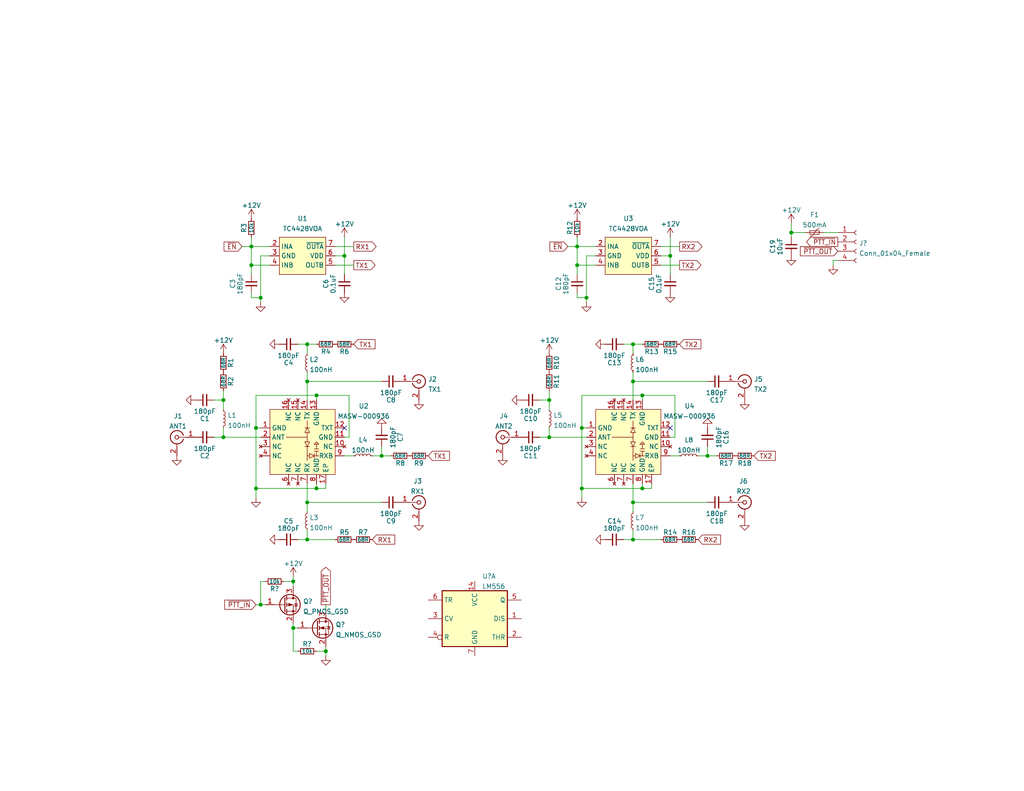
<source format=kicad_sch>
(kicad_sch (version 20211123) (generator eeschema)
  (paper "USLetter")
  (title_block (date "2022-01-01"))
  (lib_symbols
    (symbol "Connector:Conn_01x04_Female" (pin_names (offset 1.016) hide)
      (property "Reference" "J" (at 0 5.08 0))
      (property "Value" "Conn_01x04_Female" (at 0 -7.62 0))
      (symbol "Conn_01x04_Female_1_1"
        (arc (start 0 -4.572) (mid -0.508 -5.08) (end 0 -5.588) (stroke (width 0.1524)))
        (arc (start 0 -2.032) (mid -0.508 -2.54) (end 0 -3.048) (stroke (width 0.1524)))
        (polyline (pts (xy -1.27 -5.08) (xy -0.508 -5.08)) (stroke (width 0.1524)))
        (polyline (pts (xy -1.27 -2.54) (xy -0.508 -2.54)) (stroke (width 0.1524)))
        (polyline (pts (xy -1.27 0) (xy -0.508 0)) (stroke (width 0.1524)))
        (polyline (pts (xy -1.27 2.54) (xy -0.508 2.54)) (stroke (width 0.1524)))
        (arc (start 0 0.508) (mid -0.508 0) (end 0 -0.508) (stroke (width 0.1524)))
        (arc (start 0 3.048) (mid -0.508 2.54) (end 0 2.032) (stroke (width 0.1524)))
        (pin passive line (at -5.08 2.54 0) (length 3.81) (name "Pin_1") (number "1"))
        (pin passive line (at -5.08 0 0) (length 3.81) (name "Pin_2") (number "2"))
        (pin passive line (at -5.08 -2.54 0) (length 3.81) (name "Pin_3") (number "3"))
        (pin passive line (at -5.08 -5.08 0) (length 3.81) (name "Pin_4") (number "4"))
      )
    )
    (symbol "Connector:Conn_Coaxial" (pin_names (offset 1.016) hide)
      (property "Reference" "J" (at 0.254 3.048 0))
      (property "Value" "Conn_Coaxial" (at 2.921 0 90))
      (symbol "Conn_Coaxial_0_1"
        (arc (start -1.778 -0.508) (mid 0.222 -1.808) (end 1.778 0) (stroke (width 0.254)))
        (polyline (pts (xy -2.54 0) (xy -0.508 0)))
        (polyline (pts (xy 0 -2.54) (xy 0 -1.778)))
        (circle (center 0 0) (radius 0.508) (stroke (width 0.2032)))
        (arc (start 1.778 0) (mid 0.222 1.8083) (end -1.778 0.508) (stroke (width 0.254)))
      )
      (symbol "Conn_Coaxial_1_1"
        (pin passive line (at -5.08 0 0) (length 2.54) (name "In") (number "1"))
        (pin passive line (at 0 -5.08 90) (length 2.54) (name "Ext") (number "2"))
      )
    )
    (symbol "Device:C_Small" (pin_numbers hide) (pin_names (offset 0.254) hide)
      (property "Reference" "C" (at 0.254 1.778 0))
      (property "Value" "C_Small" (at 0.254 -2.032 0))
      (symbol "C_Small_0_1"
        (polyline (pts (xy -1.524 -0.508) (xy 1.524 -0.508)) (stroke (width 0.3302)))
        (polyline (pts (xy -1.524 0.508) (xy 1.524 0.508)) (stroke (width 0.3048)))
      )
      (symbol "C_Small_1_1"
        (pin passive line (at 0 2.54 270) (length 2.032) (name "~") (number "1"))
        (pin passive line (at 0 -2.54 90) (length 2.032) (name "~") (number "2"))
      )
    )
    (symbol "Device:L_Small" (pin_numbers hide) (pin_names (offset 0.254) hide)
      (property "Reference" "L" (at 0.762 1.016 0))
      (property "Value" "L_Small" (at 0.762 -1.016 0))
      (symbol "L_Small_0_1"
        (arc (start 0 -2.032) (mid 0.508 -1.524) (end 0 -1.016))
        (arc (start 0 -1.016) (mid 0.508 -0.508) (end 0 0))
        (arc (start 0 0) (mid 0.508 0.508) (end 0 1.016))
        (arc (start 0 1.016) (mid 0.508 1.524) (end 0 2.032))
      )
      (symbol "L_Small_1_1"
        (pin passive line (at 0 2.54 270) (length 0.508) (name "~") (number "1"))
        (pin passive line (at 0 -2.54 90) (length 0.508) (name "~") (number "2"))
      )
    )
    (symbol "Device:Polyfuse_Small" (pin_numbers hide) (pin_names (offset 0))
      (property "Reference" "F" (at -1.905 0 90))
      (property "Value" "Polyfuse_Small" (at 1.905 0 90))
      (symbol "Polyfuse_Small_0_1"
        (rectangle (start -0.508 1.27) (end 0.508 -1.27))
        (polyline (pts (xy 0 2.54) (xy 0 -2.54)))
        (polyline (pts (xy -1.016 1.27) (xy -1.016 0.762) (xy 1.016 -0.762) (xy 1.016 -1.27)))
      )
      (symbol "Polyfuse_Small_1_1"
        (pin passive line (at 0 2.54 270) (length 0.635) (name "~") (number "1"))
        (pin passive line (at 0 -2.54 90) (length 0.635) (name "~") (number "2"))
      )
    )
    (symbol "Device:Q_NMOS_GSD" (pin_names (offset 0) hide)
      (property "Reference" "Q" (at 5.08 1.27 0))
      (property "Value" "Q_NMOS_GSD" (at 5.08 -1.27 0))
      (symbol "Q_NMOS_GSD_0_1"
        (polyline (pts (xy 0.254 0) (xy -2.54 0)))
        (polyline (pts (xy 0.254 1.905) (xy 0.254 -1.905)) (stroke (width 0.254)))
        (polyline (pts (xy 0.762 -1.27) (xy 0.762 -2.286)) (stroke (width 0.254)))
        (polyline (pts (xy 0.762 0.508) (xy 0.762 -0.508)) (stroke (width 0.254)))
        (polyline (pts (xy 0.762 2.286) (xy 0.762 1.27)) (stroke (width 0.254)))
        (polyline (pts (xy 2.54 2.54) (xy 2.54 1.778)))
        (polyline (pts (xy 2.54 -2.54) (xy 2.54 0) (xy 0.762 0)))
        (polyline (pts (xy 0.762 -1.778) (xy 3.302 -1.778) (xy 3.302 1.778) (xy 0.762 1.778)))
        (polyline (pts (xy 1.016 0) (xy 2.032 0.381) (xy 2.032 -0.381) (xy 1.016 0)) (fill (type outline)))
        (polyline (pts (xy 2.794 0.508) (xy 2.921 0.381) (xy 3.683 0.381) (xy 3.81 0.254)))
        (polyline (pts (xy 3.302 0.381) (xy 2.921 -0.254) (xy 3.683 -0.254) (xy 3.302 0.381)))
        (circle (center 1.651 0) (radius 2.794) (stroke (width 0.254)))
        (circle (center 2.54 -1.778) (radius 0.254) (fill (type outline)))
        (circle (center 2.54 1.778) (radius 0.254) (fill (type outline)))
      )
      (symbol "Q_NMOS_GSD_1_1"
        (pin input line (at -5.08 0 0) (length 2.54) (name "G") (number "1"))
        (pin passive line (at 2.54 -5.08 90) (length 2.54) (name "S") (number "2"))
        (pin passive line (at 2.54 5.08 270) (length 2.54) (name "D") (number "3"))
      )
    )
    (symbol "Device:Q_PMOS_GSD" (pin_names (offset 0) hide)
      (property "Reference" "Q" (at 5.08 1.27 0))
      (property "Value" "Q_PMOS_GSD" (at 5.08 -1.27 0))
      (symbol "Q_PMOS_GSD_0_1"
        (polyline (pts (xy 0.254 0) (xy -2.54 0)))
        (polyline (pts (xy 0.254 1.905) (xy 0.254 -1.905)) (stroke (width 0.254)))
        (polyline (pts (xy 0.762 -1.27) (xy 0.762 -2.286)) (stroke (width 0.254)))
        (polyline (pts (xy 0.762 0.508) (xy 0.762 -0.508)) (stroke (width 0.254)))
        (polyline (pts (xy 0.762 2.286) (xy 0.762 1.27)) (stroke (width 0.254)))
        (polyline (pts (xy 2.54 2.54) (xy 2.54 1.778)))
        (polyline (pts (xy 2.54 -2.54) (xy 2.54 0) (xy 0.762 0)))
        (polyline (pts (xy 0.762 1.778) (xy 3.302 1.778) (xy 3.302 -1.778) (xy 0.762 -1.778)))
        (polyline (pts (xy 2.286 0) (xy 1.27 0.381) (xy 1.27 -0.381) (xy 2.286 0)) (fill (type outline)))
        (polyline (pts (xy 2.794 -0.508) (xy 2.921 -0.381) (xy 3.683 -0.381) (xy 3.81 -0.254)))
        (polyline (pts (xy 3.302 -0.381) (xy 2.921 0.254) (xy 3.683 0.254) (xy 3.302 -0.381)))
        (circle (center 1.651 0) (radius 2.794) (stroke (width 0.254)))
        (circle (center 2.54 -1.778) (radius 0.254) (fill (type outline)))
        (circle (center 2.54 1.778) (radius 0.254) (fill (type outline)))
      )
      (symbol "Q_PMOS_GSD_1_1"
        (pin input line (at -5.08 0 0) (length 2.54) (name "G") (number "1"))
        (pin passive line (at 2.54 -5.08 90) (length 2.54) (name "S") (number "2"))
        (pin passive line (at 2.54 5.08 270) (length 2.54) (name "D") (number "3"))
      )
    )
    (symbol "Device:R_Small" (pin_numbers hide) (pin_names (offset 0.254) hide)
      (property "Reference" "R" (at 0.762 0.508 0))
      (property "Value" "R_Small" (at 0.762 -1.016 0))
      (symbol "R_Small_0_1"
        (rectangle (start -0.762 1.778) (end 0.762 -1.778) (stroke (width 0.2032)))
      )
      (symbol "R_Small_1_1"
        (pin passive line (at 0 2.54 270) (length 0.762) (name "~") (number "1"))
        (pin passive line (at 0 -2.54 90) (length 0.762) (name "~") (number "2"))
      )
    )
    (symbol "MACOM_MASW:MASW-000936"
      (property "Reference" "U" (at 10.16 -6.35 0))
      (property "Value" "MASW-000936" (at 10.16 -8.89 0))
      (symbol "MASW-000936_0_1"
        (rectangle (start -8.89 8.89) (end 8.89 -8.89) (stroke (width 0.1524)) (fill (type background)))
        (polyline (pts (xy -4.445 1.27) (xy 1.27 1.27)) (stroke (width 0.1524)))
        (polyline (pts (xy 0.635 -1.27) (xy 1.905 -1.27)) (stroke (width 0.1524)))
        (polyline (pts (xy 0.635 0) (xy 1.27 -1.27)) (stroke (width 0.1524)))
        (polyline (pts (xy 1.27 -3.81) (xy 1.905 -3.81)) (stroke (width 0.1524)))
        (polyline (pts (xy 1.27 -1.27) (xy 1.27 -5.08)) (stroke (width 0.1524)))
        (polyline (pts (xy 1.27 2.54) (xy 1.27 0)) (stroke (width 0.1524)))
        (polyline (pts (xy 1.27 5.715) (xy 1.27 3.81)) (stroke (width 0.1524)))
        (polyline (pts (xy 1.905 -3.175) (xy 3.175 -3.81)) (stroke (width 0.1524)))
        (polyline (pts (xy 1.905 2.54) (xy 1.27 3.81)) (stroke (width 0.1524)))
        (polyline (pts (xy 1.905 3.81) (xy 0.635 3.81)) (stroke (width 0.1524)))
        (polyline (pts (xy 3.175 -3.81) (xy 4.445 -3.81)) (stroke (width 0.1524)))
        (polyline (pts (xy 3.175 -3.175) (xy 3.175 -4.445)) (stroke (width 0.1524)))
        (polyline (pts (xy 3.175 -2.54) (xy 4.445 -2.54)) (stroke (width 0.1524)))
        (polyline (pts (xy 3.175 -1.905) (xy 4.445 -1.905)) (stroke (width 0.1524)))
        (polyline (pts (xy 3.175 -0.635) (xy 3.81 0)) (stroke (width 0.1524)))
        (polyline (pts (xy 3.81 -3.81) (xy 3.81 -2.54)) (stroke (width 0.1524)))
        (polyline (pts (xy 3.81 -1.905) (xy 3.81 -0.635)) (stroke (width 0.1524)))
        (polyline (pts (xy 0.635 0) (xy 1.905 0) (xy 1.27 -1.27)) (stroke (width 0.1524)))
        (polyline (pts (xy 1.905 -3.175) (xy 1.905 -4.445) (xy 3.175 -3.81)) (stroke (width 0.1524)))
        (polyline (pts (xy 1.905 2.54) (xy 0.635 2.54) (xy 1.27 3.81)) (stroke (width 0.1524)))
        (polyline (pts (xy 3.175 -0.635) (xy 4.445 -0.635) (xy 3.81 0)) (stroke (width 0.1524)))
      )
      (symbol "MASW-000936_1_1"
        (pin power_in line (at -11.43 3.81 0) (length 2.54) (name "GND") (number "1"))
        (pin no_connect line (at 11.43 -1.27 180) (length 2.54) (name "NC") (number "10"))
        (pin power_in line (at 11.43 1.27 180) (length 2.54) (name "GND") (number "11"))
        (pin input line (at 11.43 3.81 180) (length 2.54) (name "TXT") (number "12"))
        (pin power_in line (at 3.81 11.43 270) (length 2.54) (name "GND") (number "13"))
        (pin input line (at 1.27 11.43 270) (length 2.54) (name "TX") (number "14"))
        (pin no_connect line (at -1.27 11.43 270) (length 2.54) (name "NC") (number "15"))
        (pin no_connect line (at -3.81 11.43 270) (length 2.54) (name "NC") (number "16"))
        (pin power_in line (at 6.35 -11.43 90) (length 2.54) (name "EP") (number "17"))
        (pin bidirectional line (at -11.43 1.27 0) (length 2.54) (name "ANT") (number "2"))
        (pin no_connect line (at -11.43 -1.27 0) (length 2.54) (name "NC") (number "3"))
        (pin no_connect line (at -11.43 -3.81 0) (length 2.54) (name "NC") (number "4"))
        (pin no_connect line (at -3.81 -11.43 90) (length 2.54) (name "NC") (number "6"))
        (pin no_connect line (at -1.27 -11.43 90) (length 2.54) (name "NC") (number "7"))
        (pin output line (at 1.27 -11.43 90) (length 2.54) (name "RX") (number "7"))
        (pin power_in line (at 3.81 -11.43 90) (length 2.54) (name "GND") (number "8"))
        (pin input line (at 11.43 -3.81 180) (length 2.54) (name "RXB") (number "9"))
      )
    )
    (symbol "TC442x:TC4428VOA"
      (property "Reference" "U" (at 0 6.35 0))
      (property "Value" "TC4428VOA" (at 0 -6.35 0))
      (symbol "TC4428VOA_0_1"
        (rectangle (start -6.35 5.08) (end 6.35 -5.08) (stroke (width 0.1524)) (fill (type background)))
      )
      (symbol "TC4428VOA_1_1"
        (pin no_connect line (at -7.62 6.35 0) (length 2.54) hide (name "NC") (number "1"))
        (pin input line (at -8.89 2.54 0) (length 2.54) (name "INA") (number "2"))
        (pin power_in line (at -8.89 0 0) (length 2.54) (name "GND") (number "3"))
        (pin input line (at -8.89 -2.54 0) (length 2.54) (name "INB") (number "4"))
        (pin output line (at 8.89 -2.54 180) (length 2.54) (name "OUTB") (number "5"))
        (pin power_in line (at 8.89 0 180) (length 2.54) (name "VDD") (number "6"))
        (pin output line (at 8.89 2.54 180) (length 2.54) (name "~{OUTA}") (number "7"))
        (pin no_connect line (at 7.62 6.35 180) (length 2.54) hide (name "NC") (number "8"))
      )
    )
    (symbol "Timer:LM556"
      (property "Reference" "U" (at -10.16 8.89 0))
      (property "Value" "LM556" (at -10.16 -8.89 0))
      (symbol "LM556_0_0"
        (pin power_in line (at 0 10.16 270) (length 2.54) (name "VCC") (number "14"))
        (pin power_in line (at 0 -10.16 90) (length 2.54) (name "GND") (number "7"))
      )
      (symbol "LM556_0_1"
        (rectangle (start -8.89 -7.62) (end 8.89 7.62) (stroke (width 0.254)) (fill (type background)))
        (rectangle (start -8.89 -7.62) (end 8.89 7.62) (stroke (width 0.254)) (fill (type background)))
      )
      (symbol "LM556_1_1"
        (pin input line (at 12.7 0 180) (length 3.81) (name "DIS") (number "1"))
        (pin input line (at 12.7 -5.08 180) (length 3.81) (name "THR") (number "2"))
        (pin input line (at -12.7 0 0) (length 3.81) (name "CV") (number "3"))
        (pin input inverted (at -12.7 -5.08 0) (length 3.81) (name "R") (number "4"))
        (pin output line (at 12.7 5.08 180) (length 3.81) (name "Q") (number "5"))
        (pin input line (at -12.7 5.08 0) (length 3.81) (name "TR") (number "6"))
      )
      (symbol "LM556_2_1"
        (pin input inverted (at -12.7 -5.08 0) (length 3.81) (name "R") (number "10"))
        (pin input line (at -12.7 0 0) (length 3.81) (name "CV") (number "11"))
        (pin input line (at 12.7 -5.08 180) (length 3.81) (name "THR") (number "12"))
        (pin input line (at 12.7 0 180) (length 3.81) (name "DIS") (number "13"))
        (pin input line (at -12.7 5.08 0) (length 3.81) (name "TR") (number "8"))
        (pin output line (at 12.7 5.08 180) (length 3.81) (name "Q") (number "9"))
      )
    )
    (symbol "power:+12V" (power) (pin_names (offset 0))
      (property "Value" "+12V" (at 0 3.556 0))
      (symbol "+12V_0_1"
        (polyline (pts (xy -0.762 1.27) (xy 0 2.54)))
        (polyline (pts (xy 0 0) (xy 0 2.54)))
        (polyline (pts (xy 0 2.54) (xy 0.762 1.27)))
      )
      (symbol "+12V_1_1"
        (pin power_in line (at 0 0 90) (length 0) hide (name "+12V") (number "1"))
      )
    )
    (symbol "power:GND" (power) (pin_names (offset 0))
      (property "Value" "GND" (at 0 -3.81 0))
      (symbol "GND_0_1"
        (polyline (pts (xy 0 0) (xy 0 -1.27) (xy 1.27 -1.27) (xy 0 -2.54) (xy -1.27 -1.27) (xy 0 -1.27)))
      )
      (symbol "GND_1_1"
        (pin power_in line (at 0 0 270) (length 0) hide (name "GND") (number "1"))
      )
    )
  )
  (junction (at 158.75 133.35))
  (junction (at 149.86 119.38))
  (junction (at 104.14 124.46))
  (junction (at 69.85 116.84))
  (junction (at 160.02 81.28))
  (junction (at 83.82 137.16))
  (junction (at 83.82 147.32))
  (junction (at 149.86 109.22))
  (junction (at 175.26 107.95))
  (junction (at 193.04 124.46))
  (junction (at 86.36 107.95))
  (junction (at 83.82 104.14))
  (junction (at 172.72 104.14))
  (junction (at 68.58 67.31))
  (junction (at 71.12 81.28))
  (junction (at 68.58 72.39))
  (junction (at 157.48 72.39))
  (junction (at 80.01 158.75))
  (junction (at 86.36 133.35))
  (junction (at 71.12 165.1))
  (junction (at 172.72 147.32))
  (junction (at 215.9 63.5))
  (junction (at 88.9 177.8))
  (junction (at 175.26 133.35))
  (junction (at 182.88 69.85))
  (junction (at 157.48 67.31))
  (junction (at 172.72 93.98))
  (junction (at 60.96 119.38))
  (junction (at 80.01 171.45))
  (junction (at 93.98 69.85))
  (junction (at 172.72 137.16))
  (junction (at 83.82 93.98))
  (junction (at 69.85 133.35))
  (junction (at 158.75 116.84))
  (junction (at 60.96 109.22))
  (no_connect (at 93.98 116.84))
  (no_connect (at 182.88 116.84))
  (wire (pts (xy 172.72 132.08) (xy 172.72 137.16)))
  (wire (pts (xy 172.72 137.16) (xy 172.72 139.7)))
  (wire (pts (xy 58.42 109.22) (xy 60.96 109.22)))
  (wire (pts (xy 224.79 63.5) (xy 228.6 63.5)))
  (wire (pts (xy 160.02 81.28) (xy 160.02 82.55)))
  (wire (pts (xy 83.82 147.32) (xy 83.82 144.78)))
  (wire (pts (xy 182.88 119.38) (xy 184.15 119.38)))
  (wire (pts (xy 60.96 119.38) (xy 71.12 119.38)))
  (wire (pts (xy 170.18 147.32) (xy 172.72 147.32)))
  (wire (pts (xy 95.25 119.38) (xy 95.25 107.95)))
  (wire (pts (xy 83.82 137.16) (xy 104.14 137.16)))
  (wire (pts (xy 104.14 124.46) (xy 106.68 124.46)))
  (wire (pts (xy 190.5 124.46) (xy 193.04 124.46)))
  (wire (pts (xy 158.75 133.35) (xy 175.26 133.35)))
  (wire (pts (xy 172.72 93.98) (xy 175.26 93.98)))
  (wire (pts (xy 86.36 133.35) (xy 86.36 132.08)))
  (wire (pts (xy 80.01 157.48) (xy 80.01 158.75)))
  (wire (pts (xy 91.44 72.39) (xy 96.52 72.39)))
  (wire (pts (xy 58.42 119.38) (xy 60.96 119.38)))
  (wire (pts (xy 175.26 133.35) (xy 177.8 133.35)))
  (wire (pts (xy 60.96 106.68) (xy 60.96 109.22)))
  (wire (pts (xy 83.82 93.98) (xy 83.82 96.52)))
  (wire (pts (xy 149.86 116.84) (xy 149.86 119.38)))
  (wire (pts (xy 160.02 116.84) (xy 158.75 116.84)))
  (wire (pts (xy 149.86 106.68) (xy 149.86 109.22)))
  (wire (pts (xy 180.34 67.31) (xy 185.42 67.31)))
  (wire (pts (xy 157.48 72.39) (xy 157.48 74.93)))
  (wire (pts (xy 158.75 116.84) (xy 158.75 133.35)))
  (wire (pts (xy 158.75 107.95) (xy 175.26 107.95)))
  (wire (pts (xy 71.12 116.84) (xy 69.85 116.84)))
  (wire (pts (xy 182.88 69.85) (xy 182.88 74.93)))
  (wire (pts (xy 162.56 69.85) (xy 160.02 69.85)))
  (wire (pts (xy 157.48 67.31) (xy 157.48 72.39)))
  (wire (pts (xy 81.28 147.32) (xy 83.82 147.32)))
  (wire (pts (xy 83.82 147.32) (xy 91.44 147.32)))
  (wire (pts (xy 71.12 165.1) (xy 72.39 165.1)))
  (wire (pts (xy 88.9 177.8) (xy 88.9 179.07)))
  (wire (pts (xy 193.04 124.46) (xy 193.04 121.92)))
  (wire (pts (xy 69.85 165.1) (xy 71.12 165.1)))
  (wire (pts (xy 228.6 71.12) (xy 227.33 71.12)))
  (wire (pts (xy 172.72 137.16) (xy 193.04 137.16)))
  (wire (pts (xy 80.01 171.45) (xy 80.01 177.8)))
  (wire (pts (xy 83.82 137.16) (xy 83.82 139.7)))
  (wire (pts (xy 172.72 101.6) (xy 172.72 104.14)))
  (wire (pts (xy 68.58 67.31) (xy 73.66 67.31)))
  (wire (pts (xy 73.66 69.85) (xy 71.12 69.85)))
  (wire (pts (xy 172.72 104.14) (xy 172.72 109.22)))
  (wire (pts (xy 68.58 72.39) (xy 73.66 72.39)))
  (wire (pts (xy 227.33 71.12) (xy 227.33 72.39)))
  (wire (pts (xy 93.98 69.85) (xy 93.98 74.93)))
  (wire (pts (xy 215.9 60.96) (xy 215.9 63.5)))
  (wire (pts (xy 77.47 158.75) (xy 80.01 158.75)))
  (wire (pts (xy 88.9 165.1) (xy 88.9 166.37)))
  (wire (pts (xy 71.12 81.28) (xy 71.12 82.55)))
  (wire (pts (xy 147.32 119.38) (xy 149.86 119.38)))
  (wire (pts (xy 180.34 72.39) (xy 185.42 72.39)))
  (wire (pts (xy 215.9 63.5) (xy 219.71 63.5)))
  (wire (pts (xy 101.6 124.46) (xy 104.14 124.46)))
  (wire (pts (xy 81.28 93.98) (xy 83.82 93.98)))
  (wire (pts (xy 69.85 133.35) (xy 69.85 135.89)))
  (wire (pts (xy 86.36 133.35) (xy 88.9 133.35)))
  (wire (pts (xy 182.88 124.46) (xy 185.42 124.46)))
  (wire (pts (xy 71.12 158.75) (xy 71.12 165.1)))
  (wire (pts (xy 83.82 101.6) (xy 83.82 104.14)))
  (wire (pts (xy 184.15 119.38) (xy 184.15 107.95)))
  (wire (pts (xy 172.72 93.98) (xy 172.72 96.52)))
  (wire (pts (xy 172.72 104.14) (xy 193.04 104.14)))
  (wire (pts (xy 215.9 63.5) (xy 215.9 64.77)))
  (wire (pts (xy 172.72 147.32) (xy 180.34 147.32)))
  (wire (pts (xy 68.58 80.01) (xy 68.58 81.28)))
  (wire (pts (xy 93.98 119.38) (xy 95.25 119.38)))
  (wire (pts (xy 158.75 116.84) (xy 158.75 107.95)))
  (wire (pts (xy 60.96 109.22) (xy 60.96 111.76)))
  (wire (pts (xy 68.58 64.77) (xy 68.58 67.31)))
  (wire (pts (xy 154.94 67.31) (xy 157.48 67.31)))
  (wire (pts (xy 69.85 116.84) (xy 69.85 107.95)))
  (wire (pts (xy 147.32 109.22) (xy 149.86 109.22)))
  (wire (pts (xy 91.44 69.85) (xy 93.98 69.85)))
  (wire (pts (xy 69.85 116.84) (xy 69.85 133.35)))
  (wire (pts (xy 182.88 69.85) (xy 182.88 64.77)))
  (wire (pts (xy 170.18 93.98) (xy 172.72 93.98)))
  (wire (pts (xy 60.96 116.84) (xy 60.96 119.38)))
  (wire (pts (xy 184.15 107.95) (xy 175.26 107.95)))
  (wire (pts (xy 83.82 93.98) (xy 86.36 93.98)))
  (wire (pts (xy 81.28 171.45) (xy 80.01 171.45)))
  (wire (pts (xy 80.01 177.8) (xy 81.28 177.8)))
  (wire (pts (xy 83.82 104.14) (xy 83.82 109.22)))
  (wire (pts (xy 95.25 107.95) (xy 86.36 107.95)))
  (wire (pts (xy 157.48 67.31) (xy 162.56 67.31)))
  (wire (pts (xy 149.86 119.38) (xy 160.02 119.38)))
  (wire (pts (xy 91.44 67.31) (xy 96.52 67.31)))
  (wire (pts (xy 104.14 124.46) (xy 104.14 121.92)))
  (wire (pts (xy 172.72 147.32) (xy 172.72 144.78)))
  (wire (pts (xy 83.82 104.14) (xy 104.14 104.14)))
  (wire (pts (xy 160.02 69.85) (xy 160.02 81.28)))
  (wire (pts (xy 71.12 69.85) (xy 71.12 81.28)))
  (wire (pts (xy 180.34 69.85) (xy 182.88 69.85)))
  (wire (pts (xy 80.01 170.18) (xy 80.01 171.45)))
  (wire (pts (xy 88.9 133.35) (xy 88.9 132.08)))
  (wire (pts (xy 72.39 158.75) (xy 71.12 158.75)))
  (wire (pts (xy 66.04 67.31) (xy 68.58 67.31)))
  (wire (pts (xy 158.75 133.35) (xy 158.75 135.89)))
  (wire (pts (xy 68.58 72.39) (xy 68.58 74.93)))
  (wire (pts (xy 68.58 67.31) (xy 68.58 72.39)))
  (wire (pts (xy 86.36 177.8) (xy 88.9 177.8)))
  (wire (pts (xy 177.8 133.35) (xy 177.8 132.08)))
  (wire (pts (xy 149.86 109.22) (xy 149.86 111.76)))
  (wire (pts (xy 157.48 81.28) (xy 160.02 81.28)))
  (wire (pts (xy 83.82 132.08) (xy 83.82 137.16)))
  (wire (pts (xy 175.26 107.95) (xy 175.26 109.22)))
  (wire (pts (xy 80.01 158.75) (xy 80.01 160.02)))
  (wire (pts (xy 69.85 133.35) (xy 86.36 133.35)))
  (wire (pts (xy 68.58 81.28) (xy 71.12 81.28)))
  (wire (pts (xy 175.26 133.35) (xy 175.26 132.08)))
  (wire (pts (xy 93.98 124.46) (xy 96.52 124.46)))
  (wire (pts (xy 157.48 72.39) (xy 162.56 72.39)))
  (wire (pts (xy 157.48 64.77) (xy 157.48 67.31)))
  (wire (pts (xy 157.48 80.01) (xy 157.48 81.28)))
  (wire (pts (xy 93.98 69.85) (xy 93.98 64.77)))
  (wire (pts (xy 88.9 177.8) (xy 88.9 176.53)))
  (wire (pts (xy 69.85 107.95) (xy 86.36 107.95)))
  (wire (pts (xy 86.36 107.95) (xy 86.36 109.22)))
  (wire (pts (xy 193.04 124.46) (xy 195.58 124.46)))
  (global_label "RX2" (shape input) (at 190.5 147.32 0) (property "Intersheet References" "${INTERSHEET_REFS}" (effects hide)))
  (global_label "TX2" (shape input) (at 185.42 93.98 0) (property "Intersheet References" "${INTERSHEET_REFS}" (effects hide)))
  (global_label "TX2" (shape output) (at 185.42 72.39 0) (property "Intersheet References" "${INTERSHEET_REFS}" (effects hide)))
  (global_label "~{EN}" (shape input) (at 154.94 67.31 180) (property "Intersheet References" "${INTERSHEET_REFS}" (effects hide)))
  (global_label "RX1" (shape input) (at 101.6 147.32 0) (property "Intersheet References" "${INTERSHEET_REFS}" (effects hide)))
  (global_label "TX2" (shape input) (at 205.74 124.46 0) (property "Intersheet References" "${INTERSHEET_REFS}" (effects hide)))
  (global_label "TX1" (shape output) (at 96.52 72.39 0) (property "Intersheet References" "${INTERSHEET_REFS}" (effects hide)))
  (global_label "TX1" (shape input) (at 116.84 124.46 0) (property "Intersheet References" "${INTERSHEET_REFS}" (effects hide)))
  (global_label "~{PTT_OUT}" (shape input) (at 228.6 68.58 180) (property "Intersheet References" "${INTERSHEET_REFS}" (effects hide)))
  (global_label "~{EN}" (shape input) (at 66.04 67.31 180) (property "Intersheet References" "${INTERSHEET_REFS}" (effects hide)))
  (global_label "TX1" (shape input) (at 96.52 93.98 0) (property "Intersheet References" "${INTERSHEET_REFS}" (effects hide)))
  (global_label "~{PTT_IN}" (shape output) (at 228.6 66.04 180) (property "Intersheet References" "${INTERSHEET_REFS}" (effects hide)))
  (global_label "RX2" (shape output) (at 185.42 67.31 0) (property "Intersheet References" "${INTERSHEET_REFS}" (effects hide)))
  (global_label "~{PTT_OUT}" (shape output) (at 88.9 165.1 90) (property "Intersheet References" "${INTERSHEET_REFS}" (effects hide)))
  (global_label "RX1" (shape output) (at 96.52 67.31 0) (property "Intersheet References" "${INTERSHEET_REFS}" (effects hide)))
  (global_label "~{PTT_IN}" (shape input) (at 69.85 165.1 180) (property "Intersheet References" "${INTERSHEET_REFS}" (effects hide)))
  (symbol (lib_id "Device:C_Small") (at 144.78 109.22 90) (mirror x) (unit 1)
    (property "Reference" "C10" (at 144.78 114.3 90))
    (property "Value" "180pF" (at 144.78 113.03 90) (effects (justify bottom)))
  )
  (symbol (lib_id "Device:R_Small") (at 83.82 177.8 90) (unit 1)
    (property "Reference" "R?" (at 83.82 176.53 90) (effects (justify top)))
    (property "Value" "10k" (at 83.82 177.8 90) (effects (font (size 1.016 1.016))))
  )
  (symbol (lib_id "Device:R_Small") (at 109.22 124.46 90) (mirror x) (unit 1)
    (property "Reference" "R8" (at 109.22 125.73 90) (effects (justify top)))
    (property "Value" "68R" (at 109.22 124.46 90) (effects (font (size 1.016 1.016))))
  )
  (symbol (lib_id "power:GND") (at 165.1 147.32 270) (mirror x) (unit 1)
    (property "Reference" "#PWR021" (effects hide))
    (property "Value" "GND" (effects hide))
  )
  (symbol (lib_id "Device:R_Small") (at 187.96 147.32 90) (unit 1)
    (property "Reference" "R16" (at 187.96 146.05 90) (effects (justify top)))
    (property "Value" "68R" (at 187.96 147.32 90) (effects (font (size 1.016 1.016))))
  )
  (symbol (lib_id "Device:C_Small") (at 182.88 77.47 0) (mirror y) (unit 1)
    (property "Reference" "C15" (at 177.8 77.47 90))
    (property "Value" "0.1uF" (at 179.07 77.47 90) (effects (justify bottom)))
  )
  (symbol (lib_id "Device:Q_PMOS_GSD") (at 77.47 165.1 0) (unit 1)
    (property "Reference" "Q?" (at 82.677 164.1915 0) (effects (justify left)))
    (property "Value" "Q_PMOS_GSD" (at 82.677 166.9666 0) (effects (justify left)))
  )
  (symbol (lib_id "Device:L_Small") (at 172.72 99.06 180) (unit 1)
    (property "Reference" "L6" (at 173.355 98.1515 0) (effects (justify right)))
    (property "Value" "100nH" (at 173.355 100.9266 0) (effects (justify right)))
  )
  (symbol (lib_id "Device:Polyfuse_Small") (at 222.25 63.5 90) (unit 1)
    (property "Reference" "F1" (at 222.25 58.6445 90))
    (property "Value" "500mA" (at 222.25 61.4196 90))
  )
  (symbol (lib_id "Device:R_Small") (at 99.06 147.32 90) (unit 1)
    (property "Reference" "R7" (at 99.06 146.05 90) (effects (justify top)))
    (property "Value" "68R" (at 99.06 147.32 90) (effects (font (size 1.016 1.016))))
  )
  (symbol (lib_id "Connector:Conn_Coaxial") (at 203.2 104.14 0) (unit 1)
    (property "Reference" "J5" (at 205.7401 103.5247 0) (effects (justify left)))
    (property "Value" "TX2" (at 205.7401 106.2998 0) (effects (justify left)))
    (property "Datasheet" " ~" (effects hide))
  )
  (symbol (lib_id "Device:C_Small") (at 195.58 137.16 90) (mirror x) (unit 1)
    (property "Reference" "C18" (at 195.58 142.24 90))
    (property "Value" "180pF" (at 195.58 140.97 90) (effects (justify bottom)))
  )
  (symbol (lib_id "power:GND") (at 76.2 93.98 270) (mirror x) (unit 1)
    (property "Reference" "#PWR07" (effects hide))
    (property "Value" "GND" (effects hide))
  )
  (symbol (lib_id "power:GND") (at 93.98 80.01 0) (mirror y) (unit 1)
    (property "Reference" "#PWR010" (effects hide))
    (property "Value" "GND" (effects hide))
  )
  (symbol (lib_id "power:+12V") (at 149.86 96.52 0) (unit 1)
    (property "Reference" "#PWR016" (effects hide))
    (property "Value" "+12V" (at 149.86 92.9155 0))
  )
  (symbol (lib_id "power:GND") (at 114.3 109.22 0) (unit 1)
    (property "Reference" "#PWR012" (effects hide))
    (property "Value" "GND" (effects hide))
  )
  (symbol (lib_id "power:GND") (at 76.2 147.32 270) (mirror x) (unit 1)
    (property "Reference" "#PWR08" (effects hide))
    (property "Value" "GND" (effects hide))
  )
  (symbol (lib_id "power:GND") (at 142.24 109.22 270) (mirror x) (unit 1)
    (property "Reference" "#PWR015" (effects hide))
    (property "Value" "GND" (effects hide))
  )
  (symbol (lib_id "Device:R_Small") (at 157.48 62.23 180) (unit 1)
    (property "Reference" "R12" (at 156.21 62.23 90) (effects (justify top)))
    (property "Value" "10k" (at 157.48 62.23 90) (effects (font (size 1.016 1.016))))
  )
  (symbol (lib_id "Device:C_Small") (at 78.74 147.32 270) (mirror x) (unit 1)
    (property "Reference" "C5" (at 78.74 142.24 90))
    (property "Value" "180pF" (at 78.74 143.51 90) (effects (justify bottom)))
  )
  (symbol (lib_id "power:+12V") (at 182.88 64.77 0) (unit 1)
    (property "Reference" "#PWR022" (effects hide))
    (property "Value" "+12V" (at 182.88 61.1655 0))
  )
  (symbol (lib_id "Device:C_Small") (at 106.68 137.16 90) (mirror x) (unit 1)
    (property "Reference" "C9" (at 106.68 142.24 90))
    (property "Value" "180pF" (at 106.68 140.97 90) (effects (justify bottom)))
  )
  (symbol (lib_id "Device:C_Small") (at 55.88 109.22 90) (mirror x) (unit 1)
    (property "Reference" "C1" (at 55.88 114.3 90))
    (property "Value" "180pF" (at 55.88 113.03 90) (effects (justify bottom)))
  )
  (symbol (lib_id "Connector:Conn_Coaxial") (at 203.2 137.16 0) (unit 1)
    (property "Reference" "J6" (at 202.8826 131.3669 0))
    (property "Value" "RX2" (at 202.8826 134.142 0))
    (property "Datasheet" " ~" (effects hide))
  )
  (symbol (lib_id "Device:C_Small") (at 157.48 77.47 0) (mirror y) (unit 1)
    (property "Reference" "C12" (at 152.4 77.47 90))
    (property "Value" "180pF" (at 153.67 77.47 90) (effects (justify bottom)))
  )
  (symbol (lib_id "Connector:Conn_Coaxial") (at 114.3 137.16 0) (unit 1)
    (property "Reference" "J3" (at 113.9826 131.3669 0))
    (property "Value" "RX1" (at 113.9826 134.142 0))
    (property "Datasheet" " ~" (effects hide))
  )
  (symbol (lib_id "Device:L_Small") (at 83.82 99.06 180) (unit 1)
    (property "Reference" "L2" (at 84.455 98.1515 0) (effects (justify right)))
    (property "Value" "100nH" (at 84.455 100.9266 0) (effects (justify right)))
  )
  (symbol (lib_id "power:GND") (at 203.2 109.22 0) (unit 1)
    (property "Reference" "#PWR025" (effects hide))
    (property "Value" "GND" (effects hide))
  )
  (symbol (lib_id "Device:R_Small") (at 177.8 93.98 90) (mirror x) (unit 1)
    (property "Reference" "R13" (at 177.8 95.25 90) (effects (justify top)))
    (property "Value" "68R" (at 177.8 93.98 90) (effects (font (size 1.016 1.016))))
  )
  (symbol (lib_id "Device:L_Small") (at 60.96 114.3 0) (unit 1)
    (property "Reference" "L1" (at 62.103 113.3915 0) (effects (justify left)))
    (property "Value" "100nH" (at 62.103 116.1666 0) (effects (justify left)))
  )
  (symbol (lib_id "Timer:LM556") (at 129.54 168.91 0) (unit 1)
    (property "Reference" "U?" (at 131.5594 157.3235 0) (effects (justify left)))
    (property "Value" "LM556" (at 131.5594 160.0986 0) (effects (justify left)))
    (property "Datasheet" "http://www.ti.com/lit/ds/symlink/lm556.pdf" (effects hide))
  )
  (symbol (lib_id "power:GND") (at 165.1 93.98 270) (mirror x) (unit 1)
    (property "Reference" "#PWR020" (effects hide))
    (property "Value" "GND" (effects hide))
  )
  (symbol (lib_id "Connector:Conn_Coaxial") (at 137.16 119.38 0) (mirror y) (unit 1)
    (property "Reference" "J4" (at 137.4774 113.5869 0))
    (property "Value" "ANT2" (at 137.4774 116.362 0))
    (property "Datasheet" " ~" (effects hide))
  )
  (symbol (lib_id "Device:C_Small") (at 78.74 93.98 90) (mirror x) (unit 1)
    (property "Reference" "C4" (at 78.74 99.06 90))
    (property "Value" "180pF" (at 78.74 97.79 90) (effects (justify bottom)))
  )
  (symbol (lib_id "power:GND") (at 104.14 116.84 0) (mirror x) (unit 1)
    (property "Reference" "#PWR011" (effects hide))
    (property "Value" "GND" (effects hide))
  )
  (symbol (lib_id "Device:R_Small") (at 182.88 93.98 90) (mirror x) (unit 1)
    (property "Reference" "R15" (at 182.88 95.25 90) (effects (justify top)))
    (property "Value" "68R" (at 182.88 93.98 90) (effects (font (size 1.016 1.016))))
  )
  (symbol (lib_id "Device:R_Small") (at 60.96 104.14 0) (mirror x) (unit 1)
    (property "Reference" "R2" (at 62.23 104.14 90) (effects (justify top)))
    (property "Value" "68R" (at 60.96 104.14 90) (effects (font (size 1.016 1.016))))
  )
  (symbol (lib_id "power:GND") (at 215.9 69.85 0) (mirror y) (unit 1)
    (property "Reference" "#PWR0102" (effects hide))
    (property "Value" "GND" (effects hide))
  )
  (symbol (lib_id "power:GND") (at 88.9 179.07 0) (mirror y) (unit 1)
    (property "Reference" "#PWR?" (effects hide))
    (property "Value" "GND" (effects hide))
  )
  (symbol (lib_id "Device:C_Small") (at 93.98 77.47 0) (mirror y) (unit 1)
    (property "Reference" "C6" (at 88.9 77.47 90))
    (property "Value" "0.1uF" (at 90.17 77.47 90) (effects (justify bottom)))
  )
  (symbol (lib_id "Device:R_Small") (at 114.3 124.46 90) (mirror x) (unit 1)
    (property "Reference" "R9" (at 114.3 125.73 90) (effects (justify top)))
    (property "Value" "68R" (at 114.3 124.46 90) (effects (font (size 1.016 1.016))))
  )
  (symbol (lib_id "Device:C_Small") (at 167.64 147.32 270) (mirror x) (unit 1)
    (property "Reference" "C14" (at 167.64 142.24 90))
    (property "Value" "180pF" (at 167.64 143.51 90) (effects (justify bottom)))
  )
  (symbol (lib_id "TC442x:TC4428VOA") (at 171.45 69.85 0) (unit 1)
    (property "Reference" "U3" (at 171.45 59.6605 0))
    (property "Value" "TC4428VOA" (at 171.45 62.4356 0))
  )
  (symbol (lib_id "Device:C_Small") (at 167.64 93.98 90) (mirror x) (unit 1)
    (property "Reference" "C13" (at 167.64 99.06 90))
    (property "Value" "180pF" (at 167.64 97.79 90) (effects (justify bottom)))
  )
  (symbol (lib_id "Device:R_Small") (at 198.12 124.46 90) (mirror x) (unit 1)
    (property "Reference" "R17" (at 198.12 125.73 90) (effects (justify top)))
    (property "Value" "68R" (at 198.12 124.46 90) (effects (font (size 1.016 1.016))))
  )
  (symbol (lib_id "Device:R_Small") (at 149.86 99.06 0) (mirror x) (unit 1)
    (property "Reference" "R10" (at 151.13 99.06 90) (effects (justify top)))
    (property "Value" "68R" (at 149.86 99.06 90) (effects (font (size 1.016 1.016))))
  )
  (symbol (lib_id "power:+12V") (at 215.9 60.96 0) (unit 1)
    (property "Reference" "#PWR0101" (effects hide))
    (property "Value" "+12V" (at 215.9 57.3555 0))
  )
  (symbol (lib_id "power:+12V") (at 93.98 64.77 0) (unit 1)
    (property "Reference" "#PWR09" (effects hide))
    (property "Value" "+12V" (at 93.98 61.1655 0))
  )
  (symbol (lib_id "power:+12V") (at 60.96 96.52 0) (unit 1)
    (property "Reference" "#PWR03" (effects hide))
    (property "Value" "+12V" (at 60.96 92.9155 0))
  )
  (symbol (lib_id "Device:R_Small") (at 60.96 99.06 0) (mirror x) (unit 1)
    (property "Reference" "R1" (at 62.23 99.06 90) (effects (justify top)))
    (property "Value" "68R" (at 60.96 99.06 90) (effects (font (size 1.016 1.016))))
  )
  (symbol (lib_id "power:GND") (at 182.88 80.01 0) (mirror y) (unit 1)
    (property "Reference" "#PWR023" (effects hide))
    (property "Value" "GND" (effects hide))
  )
  (symbol (lib_id "power:+12V") (at 157.48 59.69 0) (unit 1)
    (property "Reference" "#PWR017" (effects hide))
    (property "Value" "+12V" (at 157.48 56.0855 0))
  )
  (symbol (lib_id "MACOM_MASW:MASW-000936") (at 171.45 120.65 0) (unit 1)
    (property "Reference" "U4" (at 188.1458 110.8667 0))
    (property "Value" "MASW-000936" (at 188.1458 113.6418 0))
    (property "Footprint" "Package_DFN_QFN:QFN-16-1EP_4x4mm_P0.65mm_EP2.5x2.5mm_ThermalVias" (effects hide))
  )
  (symbol (lib_id "power:GND") (at 158.75 135.89 0) (mirror y) (unit 1)
    (property "Reference" "#PWR018" (effects hide))
    (property "Value" "GND" (effects hide))
  )
  (symbol (lib_id "Device:Q_NMOS_GSD") (at 86.36 171.45 0) (unit 1)
    (property "Reference" "Q?" (at 91.567 170.5415 0) (effects (justify left)))
    (property "Value" "Q_NMOS_GSD" (at 91.567 173.3166 0) (effects (justify left)))
  )
  (symbol (lib_id "power:GND") (at 71.12 82.55 0) (mirror y) (unit 1)
    (property "Reference" "#PWR06" (effects hide))
    (property "Value" "GND" (effects hide))
  )
  (symbol (lib_id "Device:R_Small") (at 68.58 62.23 180) (unit 1)
    (property "Reference" "R3" (at 67.31 62.23 90) (effects (justify top)))
    (property "Value" "10k" (at 68.58 62.23 90) (effects (font (size 1.016 1.016))))
  )
  (symbol (lib_id "Connector:Conn_Coaxial") (at 48.26 119.38 0) (mirror y) (unit 1)
    (property "Reference" "J1" (at 48.5774 113.5869 0))
    (property "Value" "ANT1" (at 48.5774 116.362 0))
    (property "Datasheet" " ~" (effects hide))
  )
  (symbol (lib_id "power:GND") (at 53.34 109.22 270) (mirror x) (unit 1)
    (property "Reference" "#PWR02" (effects hide))
    (property "Value" "GND" (effects hide))
  )
  (symbol (lib_id "Device:R_Small") (at 88.9 93.98 90) (mirror x) (unit 1)
    (property "Reference" "R4" (at 88.9 95.25 90) (effects (justify top)))
    (property "Value" "68R" (at 88.9 93.98 90) (effects (font (size 1.016 1.016))))
  )
  (symbol (lib_id "power:GND") (at 48.26 124.46 0) (mirror y) (unit 1)
    (property "Reference" "#PWR01" (effects hide))
    (property "Value" "GND" (effects hide))
  )
  (symbol (lib_id "power:GND") (at 160.02 82.55 0) (mirror y) (unit 1)
    (property "Reference" "#PWR019" (effects hide))
    (property "Value" "GND" (effects hide))
  )
  (symbol (lib_id "Device:C_Small") (at 106.68 104.14 90) (mirror x) (unit 1)
    (property "Reference" "C8" (at 106.68 109.22 90))
    (property "Value" "180pF" (at 106.68 107.95 90) (effects (justify bottom)))
  )
  (symbol (lib_id "MACOM_MASW:MASW-000936") (at 82.55 120.65 0) (unit 1)
    (property "Reference" "U2" (at 99.2458 110.8667 0))
    (property "Value" "MASW-000936" (at 99.2458 113.6418 0))
    (property "Footprint" "Package_DFN_QFN:QFN-16-1EP_4x4mm_P0.65mm_EP2.5x2.5mm_ThermalVias" (effects hide))
  )
  (symbol (lib_id "Device:L_Small") (at 149.86 114.3 0) (unit 1)
    (property "Reference" "L5" (at 151.003 113.3915 0) (effects (justify left)))
    (property "Value" "100nH" (at 151.003 116.1666 0) (effects (justify left)))
  )
  (symbol (lib_id "Device:C_Small") (at 144.78 119.38 90) (mirror x) (unit 1)
    (property "Reference" "C11" (at 144.78 124.46 90))
    (property "Value" "180pF" (at 144.78 123.19 90) (effects (justify bottom)))
  )
  (symbol (lib_id "Device:L_Small") (at 187.96 124.46 90) (unit 1)
    (property "Reference" "L8" (at 187.96 120.1125 90))
    (property "Value" "100nH" (at 187.96 122.8876 90))
  )
  (symbol (lib_id "Device:L_Small") (at 99.06 124.46 90) (unit 1)
    (property "Reference" "L4" (at 99.06 120.1125 90))
    (property "Value" "100nH" (at 99.06 122.8876 90))
  )
  (symbol (lib_id "Device:L_Small") (at 83.82 142.24 180) (unit 1)
    (property "Reference" "L3" (at 84.455 141.3315 0) (effects (justify right)))
    (property "Value" "100nH" (at 84.455 144.1066 0) (effects (justify right)))
  )
  (symbol (lib_id "TC442x:TC4428VOA") (at 82.55 69.85 0) (unit 1)
    (property "Reference" "U1" (at 82.55 59.6605 0))
    (property "Value" "TC4428VOA" (at 82.55 62.4356 0))
  )
  (symbol (lib_id "power:GND") (at 227.33 72.39 0) (mirror y) (unit 1)
    (property "Reference" "#PWR0103" (effects hide))
    (property "Value" "GND" (effects hide))
  )
  (symbol (lib_id "Device:R_Small") (at 74.93 158.75 270) (unit 1)
    (property "Reference" "R?" (at 74.93 160.02 90) (effects (justify top)))
    (property "Value" "10k" (at 74.93 158.75 90) (effects (font (size 1.016 1.016))))
  )
  (symbol (lib_id "Device:R_Small") (at 93.98 147.32 90) (unit 1)
    (property "Reference" "R5" (at 93.98 146.05 90) (effects (justify top)))
    (property "Value" "68R" (at 93.98 147.32 90) (effects (font (size 1.016 1.016))))
  )
  (symbol (lib_id "Device:C_Small") (at 195.58 104.14 90) (mirror x) (unit 1)
    (property "Reference" "C17" (at 195.58 109.22 90))
    (property "Value" "180pF" (at 195.58 107.95 90) (effects (justify bottom)))
  )
  (symbol (lib_id "power:GND") (at 203.2 142.24 0) (unit 1)
    (property "Reference" "#PWR026" (effects hide))
    (property "Value" "GND" (effects hide))
  )
  (symbol (lib_id "Device:C_Small") (at 215.9 67.31 0) (mirror y) (unit 1)
    (property "Reference" "C19" (at 210.82 67.31 90))
    (property "Value" "10uF" (at 212.09 67.31 90) (effects (justify bottom)))
  )
  (symbol (lib_id "power:GND") (at 193.04 116.84 0) (mirror x) (unit 1)
    (property "Reference" "#PWR024" (effects hide))
    (property "Value" "GND" (effects hide))
  )
  (symbol (lib_id "Device:C_Small") (at 68.58 77.47 0) (mirror y) (unit 1)
    (property "Reference" "C3" (at 63.5 77.47 90))
    (property "Value" "180pF" (at 64.77 77.47 90) (effects (justify bottom)))
  )
  (symbol (lib_id "Device:L_Small") (at 172.72 142.24 180) (unit 1)
    (property "Reference" "L7" (at 173.355 141.3315 0) (effects (justify right)))
    (property "Value" "100nH" (at 173.355 144.1066 0) (effects (justify right)))
  )
  (symbol (lib_id "Connector:Conn_01x04_Female") (at 233.68 66.04 0) (unit 1)
    (property "Reference" "J?" (at 234.3912 66.4015 0) (effects (justify left)))
    (property "Value" "Conn_01x04_Female" (at 234.3912 69.1766 0) (effects (justify left)))
  )
  (symbol (lib_id "Device:R_Small") (at 203.2 124.46 90) (mirror x) (unit 1)
    (property "Reference" "R18" (at 203.2 125.73 90) (effects (justify top)))
    (property "Value" "68R" (at 203.2 124.46 90) (effects (font (size 1.016 1.016))))
  )
  (symbol (lib_id "Connector:Conn_Coaxial") (at 114.3 104.14 0) (unit 1)
    (property "Reference" "J2" (at 116.8401 103.5247 0) (effects (justify left)))
    (property "Value" "TX1" (at 116.8401 106.2998 0) (effects (justify left)))
    (property "Datasheet" " ~" (effects hide))
  )
  (symbol (lib_id "Device:R_Small") (at 149.86 104.14 0) (mirror x) (unit 1)
    (property "Reference" "R11" (at 151.13 104.14 90) (effects (justify top)))
    (property "Value" "68R" (at 149.86 104.14 90) (effects (font (size 1.016 1.016))))
  )
  (symbol (lib_id "Device:C_Small") (at 104.14 119.38 0) (mirror x) (unit 1)
    (property "Reference" "C7" (at 109.22 119.38 90))
    (property "Value" "180pF" (at 107.95 119.38 90) (effects (justify bottom)))
  )
  (symbol (lib_id "power:+12V") (at 68.58 59.69 0) (unit 1)
    (property "Reference" "#PWR04" (effects hide))
    (property "Value" "+12V" (at 68.58 56.0855 0))
  )
  (symbol (lib_id "power:GND") (at 137.16 124.46 0) (mirror y) (unit 1)
    (property "Reference" "#PWR014" (effects hide))
    (property "Value" "GND" (effects hide))
  )
  (symbol (lib_id "Device:R_Small") (at 182.88 147.32 90) (unit 1)
    (property "Reference" "R14" (at 182.88 146.05 90) (effects (justify top)))
    (property "Value" "68R" (at 182.88 147.32 90) (effects (font (size 1.016 1.016))))
  )
  (symbol (lib_id "Device:C_Small") (at 55.88 119.38 90) (mirror x) (unit 1)
    (property "Reference" "C2" (at 55.88 124.46 90))
    (property "Value" "180pF" (at 55.88 123.19 90) (effects (justify bottom)))
  )
  (symbol (lib_id "Device:C_Small") (at 193.04 119.38 0) (mirror x) (unit 1)
    (property "Reference" "C16" (at 198.12 119.38 90))
    (property "Value" "180pF" (at 196.85 119.38 90) (effects (justify bottom)))
  )
  (symbol (lib_id "power:GND") (at 69.85 135.89 0) (mirror y) (unit 1)
    (property "Reference" "#PWR05" (effects hide))
    (property "Value" "GND" (effects hide))
  )
  (symbol (lib_id "Device:R_Small") (at 93.98 93.98 90) (mirror x) (unit 1)
    (property "Reference" "R6" (at 93.98 95.25 90) (effects (justify top)))
    (property "Value" "68R" (at 93.98 93.98 90) (effects (font (size 1.016 1.016))))
  )
  (symbol (lib_id "power:+12V") (at 80.01 157.48 0) (unit 1)
    (property "Reference" "#PWR?" (effects hide))
    (property "Value" "+12V" (at 80.01 153.8755 0))
  )
  (symbol (lib_id "power:GND") (at 114.3 142.24 0) (unit 1)
    (property "Reference" "#PWR013" (effects hide))
    (property "Value" "GND" (effects hide))
  )
)
</source>
